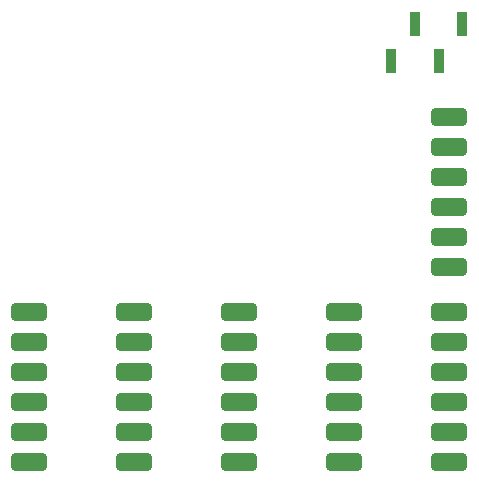
<source format=gbr>
%TF.GenerationSoftware,KiCad,Pcbnew,6.0.1-79c1e3a40b~116~ubuntu20.04.1*%
%TF.CreationDate,2022-02-08T10:59:44-05:00*%
%TF.ProjectId,gameKey-PCB-MainControl,67616d65-4b65-4792-9d50-43422d4d6169,rev?*%
%TF.SameCoordinates,Original*%
%TF.FileFunction,Paste,Top*%
%TF.FilePolarity,Positive*%
%FSLAX46Y46*%
G04 Gerber Fmt 4.6, Leading zero omitted, Abs format (unit mm)*
G04 Created by KiCad (PCBNEW 6.0.1-79c1e3a40b~116~ubuntu20.04.1) date 2022-02-08 10:59:44*
%MOMM*%
%LPD*%
G01*
G04 APERTURE LIST*
G04 Aperture macros list*
%AMRoundRect*
0 Rectangle with rounded corners*
0 $1 Rounding radius*
0 $2 $3 $4 $5 $6 $7 $8 $9 X,Y pos of 4 corners*
0 Add a 4 corners polygon primitive as box body*
4,1,4,$2,$3,$4,$5,$6,$7,$8,$9,$2,$3,0*
0 Add four circle primitives for the rounded corners*
1,1,$1+$1,$2,$3*
1,1,$1+$1,$4,$5*
1,1,$1+$1,$6,$7*
1,1,$1+$1,$8,$9*
0 Add four rect primitives between the rounded corners*
20,1,$1+$1,$2,$3,$4,$5,0*
20,1,$1+$1,$4,$5,$6,$7,0*
20,1,$1+$1,$6,$7,$8,$9,0*
20,1,$1+$1,$8,$9,$2,$3,0*%
G04 Aperture macros list end*
%ADD10RoundRect,0.381000X-1.143000X0.381000X-1.143000X-0.381000X1.143000X-0.381000X1.143000X0.381000X0*%
%ADD11R,0.900000X2.000000*%
G04 APERTURE END LIST*
D10*
%TO.C,J9*%
X8255000Y15240000D03*
X8255000Y12700000D03*
X8255000Y10160000D03*
X8255000Y7620000D03*
X8255000Y5080000D03*
X8255000Y2540000D03*
%TD*%
%TO.C,J7*%
X26035000Y15240000D03*
X26035000Y12700000D03*
X26035000Y10160000D03*
X26035000Y7620000D03*
X26035000Y5080000D03*
X26035000Y2540000D03*
%TD*%
%TO.C,J5*%
X43815000Y15240000D03*
X43815000Y12700000D03*
X43815000Y10160000D03*
X43815000Y7620000D03*
X43815000Y5080000D03*
X43815000Y2540000D03*
%TD*%
%TO.C,J6*%
X34925000Y15240000D03*
X34925000Y12700000D03*
X34925000Y10160000D03*
X34925000Y7620000D03*
X34925000Y5080000D03*
X34925000Y2540000D03*
%TD*%
D11*
%TO.C,J2*%
X38910000Y36500000D03*
X40910000Y39700000D03*
X42910000Y36500000D03*
X44910000Y39700000D03*
%TD*%
D10*
%TO.C,J8*%
X17145000Y15240000D03*
X17145000Y12700000D03*
X17145000Y10160000D03*
X17145000Y7620000D03*
X17145000Y5080000D03*
X17145000Y2540000D03*
%TD*%
%TO.C,J10*%
X43815000Y31750000D03*
X43815000Y29210000D03*
X43815000Y26670000D03*
X43815000Y24130000D03*
X43815000Y21590000D03*
X43815000Y19050000D03*
%TD*%
M02*

</source>
